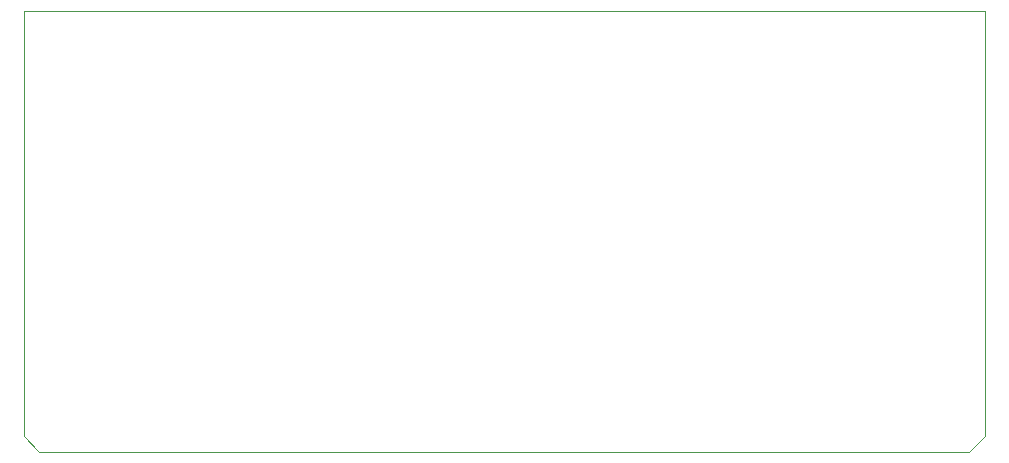
<source format=gbr>
G04 #@! TF.GenerationSoftware,KiCad,Pcbnew,(5.1.5)-3*
G04 #@! TF.CreationDate,2021-07-01T18:35:26+03:00*
G04 #@! TF.ProjectId,ISARPi,49534152-5069-42e6-9b69-6361645f7063,rev?*
G04 #@! TF.SameCoordinates,Original*
G04 #@! TF.FileFunction,Profile,NP*
%FSLAX46Y46*%
G04 Gerber Fmt 4.6, Leading zero omitted, Abs format (unit mm)*
G04 Created by KiCad (PCBNEW (5.1.5)-3) date 2021-07-01 18:35:26*
%MOMM*%
%LPD*%
G04 APERTURE LIST*
%ADD10C,0.050000*%
G04 APERTURE END LIST*
D10*
X170650000Y-56500000D02*
X89350000Y-56500000D01*
X170650000Y-86200000D02*
X170650000Y-56500000D01*
X170650000Y-92500000D02*
X170650000Y-86200000D01*
X169350000Y-93800000D02*
X170650000Y-92500000D01*
X90600000Y-93800000D02*
X169350000Y-93800000D01*
X89350000Y-92500000D02*
X89350000Y-56500000D01*
X90600000Y-93800000D02*
X89350000Y-92500000D01*
M02*

</source>
